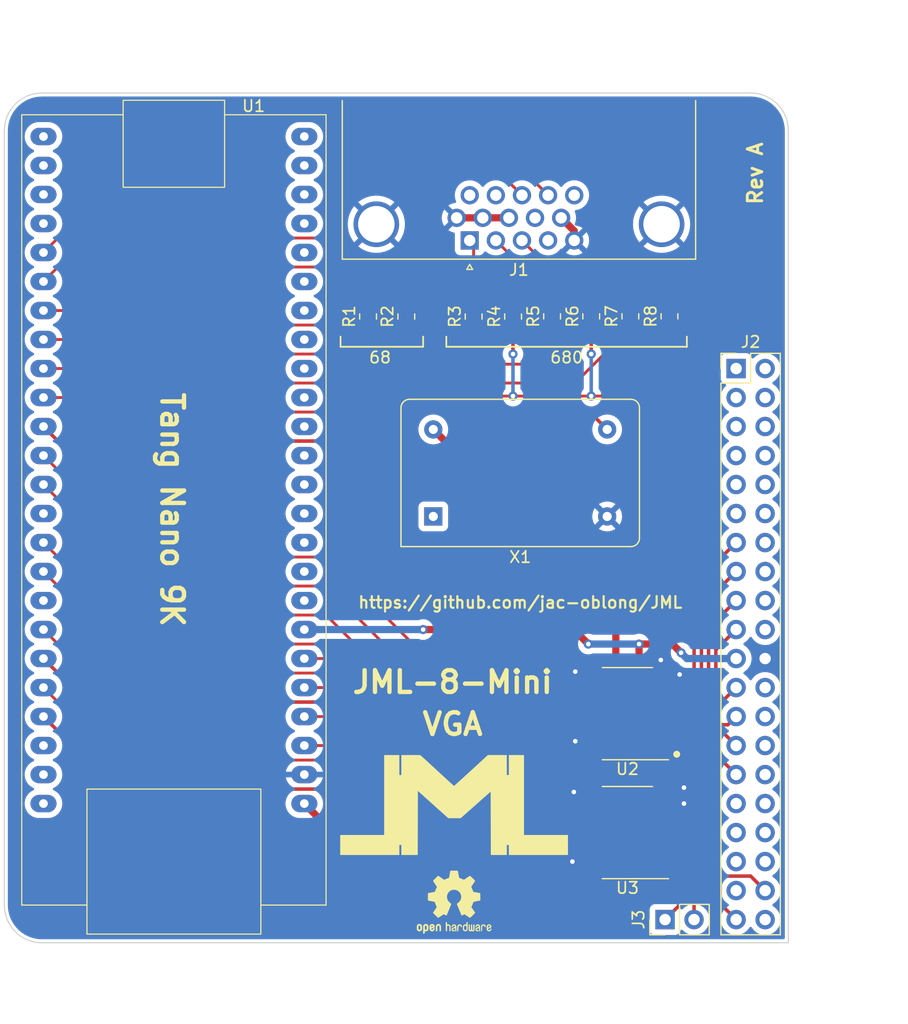
<source format=kicad_pcb>
(kicad_pcb (version 20221018) (generator pcbnew)
  (layers (0 "F.Cu" signal) (31 "B.Cu" power) (34 "B.Paste" user) (35 "F.Paste" user) (36 "B.SilkS" user "B.Silkscreen") (37 "F.SilkS" user "F.Silkscreen") (38 "B.Mask" user) (39 "F.Mask" user) (44 "Edge.Cuts" user))
  (net 0 "")
  (net 1 "GND")
  (net 2 "/VGA_RED")
  (net 3 "/VGA_GRN")
  (net 4 "/VGA_BLU")
  (net 9 "/VGA_HSYNC")
  (net 10 "/VGA_VSYNC")
  (net 24 "/D4")
  (net 26 "/D3")
  (net 28 "/D5")
  (net 30 "/D6")
  (net 32 "+5V")
  (net 33 "/D2")
  (net 35 "/D7")
  (net 37 "/D0")
  (net 39 "/D1")
  (net 48 "/~{WR}")
  (net 49 "/~{IORQ}")
  (net 51 "/FPGA_VSYNC")
  (net 52 "/FPGA_HSYNC")
  (net 53 "/FPGA_RED")
  (net 54 "/FPGA_LUM")
  (net 55 "/FPGA_GRN")
  (net 56 "/FPGA_BLU")
  (net 61 "/25.175MHz")
  (net 62 "/~{Q0}")
  (net 63 "/~{Y0}")
  (net 65 "/FPGA_D0")
  (net 66 "/FPGA_D1")
  (net 68 "/FPGA_D2")
  (net 69 "/FPGA_D3")
  (net 70 "/FPGA_D4")
  (net 71 "/FPGA_D5")
  (net 75 "+3.3V")
  (net 76 "/FPGA_D7")
  (net 77 "/FPGA_D6")
  (net 78 "/~{FPGA_WR}")
  (net 79 "/~{FPGA_IORQ}")
  (net 104 "/~{FPGA_Y0}")
  (net 105 "/~{FPGA_Q0}")
  (footprint "Oscillator:Oscillator_DIP-14" (layer "F.Cu") (at 148.463 76.835)
    (fp_text reference "X1" (at 7.62 3.556) (layer "F.SilkS"))
    (fp_text value "25.175MHz")
    (pad "1" thru_hole rect (at 0 0) (size 1.6 1.6) (drill 0.8) (layers "*.Cu" "*.Mask"))
    (pad "7" thru_hole circle (at 15.24 0) (size 1.6 1.6) (drill 0.8) (layers "*.Cu" "*.Mask") (net 1 "GND"))
    (pad "8" thru_hole circle (at 15.24 -7.62) (size 1.6 1.6) (drill 0.8) (layers "*.Cu" "*.Mask") (net 61 "/25.175MHz"))
    (pad "14" thru_hole circle (at 0 -7.62) (size 1.6 1.6) (drill 0.8) (layers "*.Cu" "*.Mask") (net 75 "+3.3V"))
  )
  (footprint "Package_SO:TSSOP-24_4.4x7.8mm_P0.65mm" (layer "F.Cu") (at 165.481 104.521 180)
    (fp_text reference "U3" (at 0 -4.85) (layer "F.SilkS"))
    (fp_text value "74LVC4245A" hide)
    (pad "1" smd roundrect (at -2.8625 -3.575 180) (size 1.475 0.4) (layers "F.Cu" "F.Paste" "F.Mask") (net 32 "+5V"))
    (pad "2" smd roundrect (at -2.8625 -2.925 180) (size 1.475 0.4) (layers "F.Cu" "F.Paste" "F.Mask") (net 32 "+5V"))
    (pad "3" smd roundrect (at -2.8625 -2.275 180) (size 1.475 0.4) (layers "F.Cu" "F.Paste" "F.Mask") (net 62 "/~{Q0}"))
    (pad "4" smd roundrect (at -2.8625 -1.625 180) (size 1.475 0.4) (layers "F.Cu" "F.Paste" "F.Mask") (net 63 "/~{Y0}"))
    (pad "5" smd roundrect (at -2.8625 -0.975 180) (size 1.475 0.4) (layers "F.Cu" "F.Paste" "F.Mask") (net 49 "/~{IORQ}"))
    (pad "6" smd roundrect (at -2.8625 -0.325 180) (size 1.475 0.4) (layers "F.Cu" "F.Paste" "F.Mask") (net 48 "/~{WR}"))
    (pad "7" smd roundrect (at -2.8625 0.325 180) (size 1.475 0.4) (layers "F.Cu" "F.Paste" "F.Mask"))
    (pad "8" smd roundrect (at -2.8625 0.975 180) (size 1.475 0.4) (layers "F.Cu" "F.Paste" "F.Mask"))
    (pad "9" smd roundrect (at -2.8625 1.625 180) (size 1.475 0.4) (layers "F.Cu" "F.Paste" "F.Mask"))
    (pad "10" smd roundrect (at -2.8625 2.275 180) (size 1.475 0.4) (layers "F.Cu" "F.Paste" "F.Mask"))
    (pad "11" smd roundrect (at -2.8625 2.925 180) (size 1.475 0.4) (layers "F.Cu" "F.Paste" "F.Mask") (net 1 "GND"))
    (pad "12" smd roundrect (at -2.8625 3.575 180) (size 1.475 0.4) (layers "F.Cu" "F.Paste" "F.Mask") (net 1 "GND"))
    (pad "13" smd roundrect (at 2.8625 3.575 180) (size 1.475 0.4) (layers "F.Cu" "F.Paste" "F.Mask") (net 1 "GND"))
    (pad "14" smd roundrect (at 2.8625 2.925 180) (size 1.475 0.4) (layers "F.Cu" "F.Paste" "F.Mask"))
    (pad "15" smd roundrect (at 2.8625 2.275 180) (size 1.475 0.4) (layers "F.Cu" "F.Paste" "F.Mask"))
    (pad "16" smd roundrect (at 2.8625 1.625 180) (size 1.475 0.4) (layers "F.Cu" "F.Paste" "F.Mask"))
    (pad "17" smd roundrect (at 2.8625 0.975 180) (size 1.475 0.4) (layers "F.Cu" "F.Paste" "F.Mask"))
    (pad "18" smd roundrect (at 2.8625 0.325 180) (size 1.475 0.4) (layers "F.Cu" "F.Paste" "F.Mask") (net 78 "/~{FPGA_WR}"))
    (pad "19" smd roundrect (at 2.8625 -0.325 180) (size 1.475 0.4) (layers "F.Cu" "F.Paste" "F.Mask") (net 79 "/~{FPGA_IORQ}"))
    (pad "20" smd roundrect (at 2.8625 -0.975 180) (size 1.475 0.4) (layers "F.Cu" "F.Paste" "F.Mask") (net 104 "/~{FPGA_Y0}"))
    (pad "21" smd roundrect (at 2.8625 -1.625 180) (size 1.475 0.4) (layers "F.Cu" "F.Paste" "F.Mask") (net 105 "/~{FPGA_Q0}"))
    (pad "22" smd roundrect (at 2.8625 -2.275 180) (size 1.475 0.4) (layers "F.Cu" "F.Paste" "F.Mask") (net 1 "GND"))
    (pad "23" smd roundrect (at 2.8625 -2.925 180) (size 1.475 0.4) (layers "F.Cu" "F.Paste" "F.Mask") (net 75 "+3.3V"))
    (pad "24" smd roundrect (at 2.8625 -3.575 180) (size 1.475 0.4) (layers "F.Cu" "F.Paste" "F.Mask") (net 75 "+3.3V"))
  )
  (footprint "JML:TangNano9k" (layer "F.Cu") (at 124.46 74.041)
    (fp_text reference "U1" (at 8.255 -33.147 unlocked) (layer "F.SilkS"))
    (fp_text value "Tang Nano 9K")
    (fp_text user "Tang Nano 9K" (at 0 -8.255 -90 unlocked) (layer "F.SilkS") (effects (font (size 1.905 1.905) (thickness 0.381) bold) (justify left bottom)))
    (pad "1" thru_hole oval (at -10.16 -30.48) (size 2.286 1.524) (drill 0.762) (layers "*.Cu" "*.Mask"))
    (pad "2" thru_hole oval (at -10.16 -27.94) (size 2.286 1.524) (drill 0.762) (layers "*.Cu" "*.Mask"))
    (pad "3" thru_hole oval (at -10.16 -25.4) (size 2.286 1.524) (drill 0.762) (layers "*.Cu" "*.Mask"))
    (pad "4" thru_hole oval (at -10.16 -22.86) (size 2.286 1.524) (drill 0.762) (layers "*.Cu" "*.Mask"))
    (pad "5" thru_hole oval (at -10.16 -20.32) (size 2.286 1.524) (drill 0.762) (layers "*.Cu" "*.Mask") (net 51 "/FPGA_VSYNC"))
    (pad "6" thru_hole oval (at -10.16 -17.78) (size 2.286 1.524) (drill 0.762) (layers "*.Cu" "*.Mask") (net 52 "/FPGA_HSYNC"))
    (pad "7" thru_hole oval (at -10.16 -15.24) (size 2.286 1.524) (drill 0.762) (layers "*.Cu" "*.Mask") (net 53 "/FPGA_RED"))
    (pad "8" thru_hole oval (at -10.16 -12.7) (size 2.286 1.524) (drill 0.762) (layers "*.Cu" "*.Mask") (net 55 "/FPGA_GRN"))
    (pad "9" thru_hole oval (at -10.16 -10.16) (size 2.286 1.524) (drill 0.762) (layers "*.Cu" "*.Mask") (net 56 "/FPGA_BLU"))
    (pad "10" thru_hole oval (at -10.16 -7.62) (size 2.286 1.524) (drill 0.762) (layers "*.Cu" "*.Mask") (net 54 "/FPGA_LUM"))
    (pad "11" thru_hole oval (at -10.16 -5.08) (size 2.286 1.524) (drill 0.762) (layers "*.Cu" "*.Mask") (net 61 "/25.175MHz"))
    (pad "12" thru_hole oval (at -10.16 -2.54) (size 2.286 1.524) (drill 0.762) (layers "*.Cu" "*.Mask") (net 70 "/FPGA_D4"))
    (pad "13" thru_hole oval (at -10.16 0) (size 2.286 1.524) (drill 0.762) (layers "*.Cu" "*.Mask") (net 69 "/FPGA_D3"))
    (pad "14" thru_hole oval (at -10.16 2.54) (size 2.286 1.524) (drill 0.762) (layers "*.Cu" "*.Mask"))
    (pad "15" thru_hole oval (at -10.16 5.08) (size 2.286 1.524) (drill 0.762) (layers "*.Cu" "*.Mask") (net 71 "/FPGA_D5"))
    (pad "16" thru_hole oval (at -10.16 7.62) (size 2.286 1.524) (drill 0.762) (layers "*.Cu" "*.Mask") (net 77 "/FPGA_D6"))
    (pad "17" thru_hole oval (at -10.16 10.16) (size 2.286 1.524) (drill 0.762) (layers "*.Cu" "*.Mask"))
    (pad "18" thru_hole oval (at -10.16 12.7) (size 2.286 1.524) (drill 0.762) (layers "*.Cu" "*.Mask") (net 76 "/FPGA_D7"))
    (pad "19" thru_hole oval (at -10.16 15.24) (size 2.286 1.524) (drill 0.762) (layers "*.Cu" "*.Mask") (net 66 "/FPGA_D1"))
    (pad "20" thru_hole oval (at -10.16 17.78) (size 2.286 1.524) (drill 0.762) (layers "*.Cu" "*.Mask") (net 104 "/~{FPGA_Y0}"))
    (pad "21" thru_hole oval (at -10.16 20.32) (size 2.286 1.524) (drill 0.762) (layers "*.Cu" "*.Mask") (net 105 "/~{FPGA_Q0}"))
    (pad "22" thru_hole oval (at -10.16 22.86) (size 2.286 1.524) (drill 0.762) (layers "*.Cu" "*.Mask"))
    (pad "23" thru_hole oval (at -10.16 25.4) (size 2.286 1.524) (drill 0.762) (layers "*.Cu" "*.Mask"))
    (pad "24" thru_hole oval (at -10.16 27.94) (size 2.286 1.524) (drill 0.762) (layers "*.Cu" "*.Mask"))
    (pad "25" thru_hole oval (at 12.7 27.94) (size 2.286 1.524) (drill 0.762) (layers "*.Cu" "*.Mask") (net 75 "+3.3V"))
    (pad "26" thru_hole oval (at 12.7 25.4) (size 2.286 1.524) (drill 0.762) (layers "*.Cu" "*.Mask") (net 1 "GND"))
    (pad "27" thru_hole oval (at 12.7 22.86) (size 2.286 1.524) (drill 0.762) (layers "*.Cu" "*.Mask") (net 79 "/~{FPGA_IORQ}"))
    (pad "28" thru_hole oval (at 12.7 20.32) (size 2.286 1.524) (drill 0.762) (layers "*.Cu" "*.Mask") (net 78 "/~{FPGA_WR}"))
    (pad "29" thru_hole oval (at 12.7 17.78) (size 2.286 1.524) (drill 0.762) (layers "*.Cu" "*.Mask") (net 65 "/FPGA_D0"))
    (pad "30" thru_hole oval (at 12.7 15.24) (size 2.286 1.524) (drill 0.762) (layers "*.Cu" "*.Mask") (net 68 "/FPGA_D2"))
    (pad "31" thru_hole oval (at 12.7 12.7) (size 2.286 1.524) (drill 0.762) (layers "*.Cu" "*.Mask") (net 32 "+5V"))
    (pad "32" thru_hole oval (at 12.7 10.16) (size 2.286 1.524) (drill 0.762) (layers "*.Cu" "*.Mask"))
    (pad "33" thru_hole oval (at 12.7 7.62) (size 2.286 1.524) (drill 0.762) (layers "*.Cu" "*.Mask"))
    (pad "34" thru_hole oval (at 12.7 5.08) (size 2.286 1.524) (drill 0.762) (layers "*.Cu" "*.Mask"))
    (pad "35" thru_hole oval (at 12.7 2.54) (size 2.286 1.524) (drill 0.762) (layers "*.Cu" "*.Mask"))
    (pad "36" thru_hole oval (at 12.7 0) (size 2.286 1.524) (drill 0.762) (layers "*.Cu" "*.Mask"))
    (pad "37" thru_hole oval (at 12.7 -2.54) (size 2.286 1.524) (drill 0.762) (layers "*.Cu" "*.Mask"))
    (pad "38" thru_hole oval (at 12.7 -5.08) (size 2.286 1.524) (drill 0.762) (layers "*.Cu" "*.Mask"))
    (pad "39" thru_hole oval (at 12.7 -7.62) (size 2.286 1.524) (drill 0.762) (layers "*.Cu" "*.Mask"))
    (pad "40" thru_hole oval (at 12.7 -10.16) (size 2.286 1.524) (drill 0.762) (layers "*.Cu" "*.Mask"))
    (pad "41" thru_hole oval (at 12.7 -12.7) (size 2.286 1.524) (drill 0.762) (layers "*.Cu" "*.Mask"))
    (pad "42" thru_hole oval (at 12.7 -15.24) (size 2.286 1.524) (drill 0.762) (layers "*.Cu" "*.Mask"))
    (pad "43" thru_hole oval (at 12.7 -17.78) (size 2.286 1.524) (drill 0.762) (layers "*.Cu" "*.Mask"))
    (pad "44" thru_hole oval (at 12.7 -20.32) (size 2.286 1.524) (drill 0.762) (layers "*.Cu" "*.Mask"))
    (pad "45" thru_hole oval (at 12.7 -22.86) (size 2.286 1.524) (drill 0.762) (layers "*.Cu" "*.Mask"))
    (pad "46" thru_hole oval (at 12.7 -25.4) (size 2.286 1.524) (drill 0.762) (layers "*.Cu" "*.Mask"))
    (pad "47" thru_hole oval (at 12.7 -27.94) (size 2.286 1.524) (drill 0.762) (layers "*.Cu" "*.Mask"))
    (pad "48" thru_hole oval (at 12.7 -30.48) (size 2.286 1.524) (drill 0.762) (layers "*.Cu" "*.Mask"))
  )
  (footprint "Connector_Dsub:DSUB-15-HD_Female_Horizontal_P2.29x1.98mm_EdgePinOffset8.35mm_Housed_MountingHolesOffset10.89mm" (layer "F.Cu") (at 151.656 52.663331 180)
    (fp_text reference "J1" (at -4.315 -2.58) (layer "F.SilkS"))
    (fp_text value "VGA")
    (pad "0" thru_hole circle (at -16.815 1.42 180) (size 4 4) (drill 3.2) (layers "*.Cu" "*.Mask") (net 1 "GND"))
    (pad "0" thru_hole circle (at 8.185 1.42 180) (size 4 4) (drill 3.2) (layers "*.Cu" "*.Mask") (net 1 "GND"))
    (pad "1" thru_hole rect (at 0 0 180) (size 1.6 1.6) (drill 1) (layers "*.Cu" "*.Mask") (net 2 "/VGA_RED"))
    (pad "2" thru_hole circle (at -2.29 0 180) (size 1.6 1.6) (drill 1) (layers "*.Cu" "*.Mask") (net 3 "/VGA_GRN"))
    (pad "3" thru_hole circle (at -4.58 0 180) (size 1.6 1.6) (drill 1) (layers "*.Cu" "*.Mask") (net 4 "/VGA_BLU"))
    (pad "4" thru_hole circle (at -6.87 0 180) (size 1.6 1.6) (drill 1) (layers "*.Cu" "*.Mask"))
    (pad "5" thru_hole circle (at -9.16 0 180) (size 1.6 1.6) (drill 1) (layers "*.Cu" "*.Mask") (net 1 "GND"))
    (pad "6" thru_hole circle (at 1.145 1.98 180) (size 1.6 1.6) (drill 1) (layers "*.Cu" "*.Mask") (net 1 "GND"))
    (pad "7" thru_hole circle (at -1.145 1.98 180) (size 1.6 1.6) (drill 1) (layers "*.Cu" "*.Mask") (net 1 "GND"))
    (pad "8" thru_hole circle (at -3.435 1.98 180) (size 1.6 1.6) (drill 1) (layers "*.Cu" "*.Mask") (net 1 "GND"))
    (pad "9" thru_hole circle (at -5.725 1.98 180) (size 1.6 1.6) (drill 1) (layers "*.Cu" "*.Mask"))
    (pad "10" thru_hole circle (at -8.015 1.98 180) (size 1.6 1.6) (drill 1) (layers "*.Cu" "*.Mask") (net 1 "GND"))
    (pad "11" thru_hole circle (at 0 3.96 180) (size 1.6 1.6) (drill 1) (layers "*.Cu" "*.Mask"))
    (pad "12" thru_hole circle (at -2.29 3.96 180) (size 1.6 1.6) (drill 1) (layers "*.Cu" "*.Mask"))
    (pad "13" thru_hole circle (at -4.58 3.96 180) (size 1.6 1.6) (drill 1) (layers "*.Cu" "*.Mask") (net 9 "/VGA_HSYNC"))
    (pad "14" thru_hole circle (at -6.87 3.96 180) (size 1.6 1.6) (drill 1) (layers "*.Cu" "*.Mask") (net 10 "/VGA_VSYNC"))
    (pad "15" thru_hole circle (at -9.16 3.96 180) (size 1.6 1.6) (drill 1) (layers "*.Cu" "*.Mask"))
  )
  (footprint "Resistor_SMD:R_0805_2012Metric_Pad1.20x1.40mm_HandSolder" (layer "F.Cu") (at 165.735 59.309 90)
    (fp_text reference "R7" (at 0 -1.65 90) (layer "F.SilkS"))
    (fp_text value "680")
    (pad "1" smd roundrect (at -1 0 90) (size 1.2 1.4) (layers "F.Cu" "F.Paste" "F.Mask") (roundrect_rratio 0.2083333333) (net 56 "/FPGA_BLU"))
    (pad "2" smd roundrect (at 1 0 90) (size 1.2 1.4) (layers "F.Cu" "F.Paste" "F.Mask") (roundrect_rratio 0.2083333333) (net 4 "/VGA_BLU"))
  )
  (footprint "Resistor_SMD:R_0805_2012Metric_Pad1.20x1.40mm_HandSolder" (layer "F.Cu") (at 142.748 59.325 90)
    (fp_text reference "R1" (at 0 -1.65 90) (layer "F.SilkS"))
    (fp_text value "68")
    (pad "1" smd roundrect (at -1 0 90) (size 1.2 1.4) (layers "F.Cu" "F.Paste" "F.Mask") (roundrect_rratio 0.2083333333) (net 51 "/FPGA_VSYNC"))
    (pad "2" smd roundrect (at 1 0 90) (size 1.2 1.4) (layers "F.Cu" "F.Paste" "F.Mask") (roundrect_rratio 0.2083333333) (net 10 "/VGA_VSYNC"))
  )
  (footprint "Resistor_SMD:R_0805_2012Metric_Pad1.20x1.40mm_HandSolder" (layer "F.Cu") (at 158.877 59.309 90)
    (fp_text reference "R5" (at 0 -1.65 90) (layer "F.SilkS"))
    (fp_text value "680")
    (pad "1" smd roundrect (at -1 0 90) (size 1.2 1.4) (layers "F.Cu" "F.Paste" "F.Mask") (roundrect_rratio 0.2083333333) (net 55 "/FPGA_GRN"))
    (pad "2" smd roundrect (at 1 0 90) (size 1.2 1.4) (layers "F.Cu" "F.Paste" "F.Mask") (roundrect_rratio 0.2083333333) (net 3 "/VGA_GRN"))
  )
  (footprint "JML:JML-Logo" (layer "F.Cu") (at 151.161817 102.108)
    (fp_text reference "G***" hide)
    (fp_text value "LOGO" hide)
  )
  (footprint "Resistor_SMD:R_0805_2012Metric_Pad1.20x1.40mm_HandSolder" (layer "F.Cu") (at 169.164 59.309 90)
    (fp_text reference "R8" (at 0 -1.65 90) (layer "F.SilkS"))
    (fp_text value "680")
    (pad "1" smd roundrect (at -1 0 90) (size 1.2 1.4) (layers "F.Cu" "F.Paste" "F.Mask") (roundrect_rratio 0.2083333333) (net 54 "/FPGA_LUM"))
    (pad "2" smd roundrect (at 1 0 90) (size 1.2 1.4) (layers "F.Cu" "F.Paste" "F.Mask") (roundrect_rratio 0.2083333333) (net 4 "/VGA_BLU"))
  )
  (footprint "Resistor_SMD:R_0805_2012Metric_Pad1.20x1.40mm_HandSolder" (layer "F.Cu") (at 146.101 59.325 90)
    (fp_text reference "R2" (at 0 -1.65 90) (layer "F.SilkS"))
    (fp_text value "68")
    (pad "1" smd roundrect (at -1 0 90) (size 1.2 1.4) (layers "F.Cu" "F.Paste" "F.Mask") (roundrect_rratio 0.2083333333) (net 52 "/FPGA_HSYNC"))
    (pad "2" smd roundrect (at 1 0 90) (size 1.2 1.4) (layers "F.Cu" "F.Paste" "F.Mask") (roundrect_rratio 0.2083333333) (net 9 "/VGA_HSYNC"))
  )
  (footprint "Connector_PinHeader_2.54mm:PinHeader_1x02_P2.54mm_Vertical" (layer "F.Cu") (at 168.778 112.141 90)
    (fp_text reference "J3" (at 0 -2.33 90) (layer "F.SilkS"))
    (fp_text value "Conn_01x02_Pin")
    (pad "1" thru_hole rect (at 0 0 90) (size 1.7 1.7) (drill 1) (layers "*.Cu" "*.Mask") (net 62 "/~{Q0}"))
    (pad "2" thru_hole oval (at 0 2.54 90) (size 1.7 1.7) (drill 1) (layers "*.Cu" "*.Mask") (net 63 "/~{Y0}"))
  )
  (footprint "Symbol:OSHW-Logo2_7.3x6mm_SilkScreen" (layer "F.Cu") (at 150.286357 110.617)
    (fp_text reference "REF**" hide)
    (fp_text value "OSHW-Logo2_7.3x6mm_SilkScreen" hide)
  )
  (footprint "Connector_PinHeader_2.54mm:PinHeader_2x20_P2.54mm_Vertical" (layer "F.Cu") (at 175.006 63.881)
    (fp_text reference "J2" (at 1.27 -2.33) (layer "F.SilkS"))
    (fp_text value "Z80")
    (pad "1" thru_hole rect (at 0 0) (size 1.7 1.7) (drill 1) (layers "*.Cu" "*.Mask"))
    (pad "2" thru_hole oval (at 2.54 0) (size 1.7 1.7) (drill 1) (layers "*.Cu" "*.Mask"))
    (pad "3" thru_hole oval (at 0 2.54) (size 1.7 1.7) (drill 1) (layers "*.Cu" "*.Mask"))
    (pad "4" thru_hole oval (at 2.54 2.54) (size 1.7 1.7) (drill 1) (layers "*.Cu" "*.Mask"))
    (pad "5" thru_hole oval (at 0 5.08) (size 1.7 1.7) (drill 1) (layers "*.Cu" "*.Mask"))
    (pad "6" thru_hole oval (at 2.54 5.08) (size 1.7 1.7) (drill 1) (layers "*.Cu" "*.Mask"))
    (pad "7" thru_hole oval (at 0 7.62) (size 1.7 1.7) (drill 1) (layers "*.Cu" "*.Mask"))
    (pad "8" thru_hole oval (at 2.54 7.62) (size 1.7 1.7) (drill 1) (layers "*.Cu" "*.Mask"))
    (pad "9" thru_hole oval (at 0 10.16) (size 1.7 1.7) (drill 1) (layers "*.Cu" "*.Mask"))
    (pad "10" thru_hole oval (at 2.54 10.16) (size 1.7 1.7) (drill 1) (layers "*.Cu" "*.Mask"))
    (pad "11" thru_hole oval (at 0 12.7) (size 1.7 1.7) (drill 1) (layers "*.Cu" "*.Mask"))
    (pad "12" thru_hole oval (at 2.54 12.7) (size 1.7 1.7) (drill 1) (layers "*.Cu" "*.Mask"))
    (pad "13" thru_hole oval (at 0 15.24) (size 1.7 1.7) (drill 1) (layers "*.Cu" "*.Mask") (net 24 "/D4"))
    (pad "14" thru_hole oval (at 2.54 15.24) (size 1.7 1.7) (drill 1) (layers "*.Cu" "*.Mask"))
    (pad "15" thru_hole oval (at 0 17.78) (size 1.7 1.7) (drill 1) (layers "*.Cu" "*.Mask") (net 26 "/D3"))
    (pad "16" thru_hole oval (at 2.54 17.78) (size 1.7 1.7) (drill 1) (layers "*.Cu" "*.Mask"))
    (pad "17" thru_hole oval (at 0 20.32) (size 1.7 1.7) (drill 1) (layers "*.Cu" "*.Mask") (net 28 "/D5"))
    (pad "18" thru_hole oval (at 2.54 20.32) (size 1.7 1.7) (drill 1) (layers "*.Cu" "*.Mask"))
    (pad "19" thru_hole oval (at 0 22.86) (size 1.7 1.7) (drill 1) (layers "*.Cu" "*.Mask") (net 30 "/D6"))
    (pad "20" thru_hole oval (at 2.54 22.86) (size 1.7 1.7) (drill 1) (layers "*.Cu" "*.Mask"))
    (pad "21" thru_hole oval (at 0 25.4) (size 1.7 1.7) (drill 1) (layers "*.Cu" "*.Mask") (net 32 "+5V"))
    (pad "22" thru_hole oval (at 2.54 25.4) (size 1.7 1.7) (drill 1) (layers "*.Cu" "*.Mask") (net 1 "GND"))
    (pad "23" thru_hole oval (at 0 27.94) (size 1.7 1.7) (drill 1) (layers "*.Cu" "*.Mask") (net 33 "/D2"))
    (pad "24" thru_hole oval (at 2.54 27.94) (size 1.7 1.7) (drill 1) (layers "*.Cu" "*.Mask"))
    (pad "25" thru_hole oval (at 0 30.48) (size 1.7 1.7) (drill 1) (layers "*.Cu" "*.Mask") (net 35 "/D7"))
    (pad "26" thru_hole oval (at 2.54 30.48) (size 1.7 1.7) (drill 1) (layers "*.Cu" "*.Mask"))
    (pad "27" thru_hole oval (at 0 33.02) (size 1.7 1.7) (drill 1) (layers "*.Cu" "*.Mask") (net 37 "/D0"))
    (pad "28" thru_hole oval (at 2.54 33.02) (size 1.7 1.7) (drill 1) (layers "*.Cu" "*.Mask"))
    (pad "29" thru_hole oval (at 0 35.56) (size 1.7 1.7) (drill 1) (layers "*.Cu" "*.Mask") (net 39 "/D1"))
    (pad "30" thru_hole oval (at 2.54 35.56) (size 1.7 1.7) (drill 1) (layers "*.Cu" "*.Mask"))
    (pad "31" thru_hole oval (at 0 38.1) (size 1.7 1.7) (drill 1) (layers "*.Cu" "*.Mask"))
    (pad "32" thru_hole oval (at 2.54 38.1) (size 1.7 1.7) (drill 1) (layers "*.Cu" "*.Mask"))
    (pad "33" thru_hole oval (at 0 40.64) (size 1.7 1.7) (drill 1) (layers "*.Cu" "*.Mask"))
    (pad "34" thru_hole oval (at 2.54 40.64) (size 1.7 1.7) (drill 1) (layers "*.Cu" "*.Mask"))
    (pad "35" thru_hole oval (at 0 43.18) (size 1.7 1.7) (drill 1) (layers "*.Cu" "*.Mask"))
    (pad "36" thru_hole oval (at 2.54 43.18) (size 1.7 1.7) (drill 1) (layers "*.Cu" "*.Mask"))
    (pad "37" thru_hole oval (at 0 45.72) (size 1.7 1.7) (drill 1) (layers "*.Cu" "*.Mask"))
    (pad "38" thru_hole oval (at 2.54 45.72) (size 1.7 1.7) (drill 1) (layers "*.Cu" "*.Mask") (net 48 "/~{WR}"))
    (pad "39" thru_hole oval (at 0 48.26) (size 1.7 1.7) (drill 1) (layers "*.Cu" "*.Mask") (net 49 "/~{IORQ}"))
    (pad "40" thru_hole oval (at 2.54 48.26) (size 1.7 1.7) (drill 1) (layers "*.Cu" "*.Mask"))
  )
  (footprint "Resistor_SMD:R_0805_2012Metric_Pad1.20x1.40mm_HandSolder" (layer "F.Cu") (at 155.459 59.325 90)
    (fp_text reference "R4" (at 0 -1.65 90) (layer "F.SilkS"))
    (fp_text value "680")
    (pad "1" smd roundrect (at -1 0 90) (size 1.2 1.4) (layers "F.Cu" "F.Paste" "F.Mask") (roundrect_rratio 0.2083333333) (net 54 "/FPGA_LUM"))
    (pad "2" smd roundrect (at 1 0 90) (size 1.2 1.4) (layers "F.Cu" "F.Paste" "F.Mask") (roundrect_rratio 0.2083333333) (net 2 "/VGA_RED"))
  )
  (footprint "Resistor_SMD:R_0805_2012Metric_Pad1.20x1.40mm_HandSolder" (layer "F.Cu") (at 162.306 59.309 90)
    (fp_text reference "R6" (at 0 -1.65 90) (layer "F.SilkS"))
    (fp_text value "680")
    (pad "1" smd roundrect (at -1 0 90) (size 1.2 1.4) (layers "F.Cu" "F.Paste" "F.Mask") (roundrect_rratio 0.2083333333) (net 54 "/FPGA_LUM"))
    (pad "2" smd roundrect (at 1 0 90) (size 1.2 1.4) (layers "F.Cu" "F.Paste" "F.Mask") (roundrect_rratio 0.2083333333) (net 3 "/VGA_GRN"))
  )
  (footprint "Resistor_SMD:R_0805_2012Metric_Pad1.20x1.40mm_HandSolder" (layer "F.Cu") (at 152.001 59.325 90)
    (fp_text reference "R3" (at 0 -1.65 90) (layer "F.SilkS"))
    (fp_text value "680")
    (pad "1" smd roundrect (at -1 0 90) (size 1.2 1.4) (layers "F.Cu" "F.Paste" "F.Mask") (roundrect_rratio 0.2083333333) (net 53 "/FPGA_RED"))
    (pad "2" smd roundrect (at 1 0 90) (size 1.2 1.4) (layers "F.Cu" "F.Paste" "F.Mask") (roundrect_rratio 0.2083333333) (net 2 "/VGA_RED"))
  )
  (footprint "Package_SO:TSSOP-24_4.4x7.8mm_P0.65mm" (layer "F.Cu") (at 165.481 94.107 180)
    (fp_text reference "U2" (at 0 -4.85) (layer "F.SilkS"))
    (fp_text value "74LVC4245A")
    (pad "1" smd roundrect (at -2.8625 -3.575 180) (size 1.475 0.4) (layers "F.Cu" "F.Paste" "F.Mask") (net 32 "+5V"))
    (pad "2" smd roundrect (at -2.8625 -2.925 180) (size 1.475 0.4) (layers "F.Cu" "F.Paste" "F.Mask") (net 32 "+5V"))
    (pad "3" smd roundrect (at -2.8625 -2.275 180) (size 1.475 0.4) (layers "F.Cu" "F.Paste" "F.Mask") (net 39 "/D1"))
    (pad "4" smd roundrect (at -2.8625 -1.625 180) (size 1.475 0.4) (layers "F.Cu" "F.Paste" "F.Mask") (net 37 "/D0"))
    (pad "5" smd roundrect (at -2.8625 -0.975 180) (size 1.475 0.4) (layers "F.Cu" "F.Paste" "F.Mask") (net 35 "/D7"))
    (pad "6" smd roundrect (at -2.8625 -0.325 180) (size 1.475 0.4) (layers "F.Cu" "F.Paste" "F.Mask") (net 33 "/D2"))
    (pad "7" smd roundrect (at -2.8625 0.325 180) (size 1.475 0.4) (layers "F.Cu" "F.Paste" "F.Mask") (net 30 "/D6"))
    (pad "8" smd roundrect (at -2.8625 0.975 180) (size 1.475 0.4) (layers "F.Cu" "F.Paste" "F.Mask") (net 28 "/D5"))
    (pad "9" smd roundrect (at -2.8625 1.625 180) (size 1.475 0.4) (layers "F.Cu" "F.Paste" "F.Mask") (net 26 "/D3"))
    (pad "10" smd roundrect (at -2.8625 2.275 180) (size 1.475 0.4) (layers "F.Cu" "F.Paste" "F.Mask") (net 24 "/D4"))
    (pad "11" smd roundrect (at -2.8625 2.925 180) (size 1.475 0.4) (layers "F.Cu" "F.Paste" "F.Mask") (net 1 "GND"))
    (pad "12" smd roundrect (at -2.8625 3.575 180) (size 1.475 0.4) (layers "F.Cu" "F.Paste" "F.Mask") (net 1 "GND"))
    (pad "13" smd roundrect (at 2.8625 3.575 180) (size 1.475 0.4) (layers "F.Cu" "F.Paste" "F.Mask") (net 1 "GND"))
    (pad "14" smd roundrect (at 2.8625 2.925 180) (size 1.475 0.4) (layers "F.Cu" "F.Paste" "F.Mask") (net 70 "/FPGA_D4"))
    (pad "15" smd roundrect (at 2.8625 2.275 180) (size 1.475 0.4) (layers "F.Cu" "F.Paste" "F.Mask") (net 69 "/FPGA_D3"))
    (pad "16" smd roundrect (at 2.8625 1.625 180) (size 1.475 0.4) (layers "F.Cu" "F.Paste" "F.Mask") (net 71 "/FPGA_D5"))
    (pad "17" smd roundrect (at 2.8625 0.975 180) (size 1.475 0.4) (layers "F.Cu" "F.Paste" "F.Mask") (net 77 "/FPGA_D6"))
    (pad "18" smd roundrect (at 2.8625 0.325 180) (size 1.475 0.4) (layers "F.Cu" "F.Paste" "F.Mask") (net 68 "/FPGA_D2"))
    (pad "19" smd roundrect (at 2.8625 -0.325 180) (size 1.475 0.4) (layers "F.Cu" "F.Paste" "F.Mask") (net 76 "/FPGA_D7"))
    (pad "20" smd roundrect (at 2.8625 -0.975 180) (size 1.475 0.4) (layers "F.Cu" "F.Paste" "F.Mask") (net 65 "/FPGA_D0"))
    (pad "21" smd roundrect (at 2.8625 -1.625 180) (size 1.475 0.4) (layers "F.Cu" "F.Paste" "F.Mask") (net 66 "/FPGA_D1"))
    (pad "22" smd roundrect (at 2.8625 -2.275 180) (size 1.475 0.4) (layers "F.Cu" "F.Paste" "F.Mask") (net 1 "GND"))
    (pad "23" smd roundrect (at 2.8625 -2.925 180) (size 1.475 0.4) (layers "F.Cu" "F.Paste" "F.Mask") (net 75 "+3.3V"))
    (pad "24" smd roundrect (at 2.8625 -3.575 180) (size 1.475 0.4) (layers "F.Cu" "F.Paste" "F.Mask") (net 75 "+3.3V"))
  )
  (gr_line (start 147.574 61.976) (end 147.574 61.087) (stroke (width 0.15)) (layer "F.SilkS"))
  (gr_line (start 140.335 61.087) (end 140.335 61.976) (stroke (width 0.15)) (layer "F.SilkS"))
  (gr_line (start 170.688 61.976) (end 170.688 61.087) (stroke (width 0.15)) (layer "F.SilkS"))
  (gr_line (start 149.606 61.976) (end 149.606 61.087) (stroke (width 0.15)) (layer "F.SilkS"))
  (gr_line (start 140.335 61.976) (end 147.574 61.976) (stroke (width 0.15)) (layer "F.SilkS"))
  (gr_circle (center 169.799 97.663) (end 170.053 97.663) (stroke (width 0.1)) (fill solid) (layer "F.SilkS"))
  (gr_line (start 170.688 61.976) (end 149.606 61.976) (stroke (width 0.15)) (layer "F.SilkS"))
  (gr_arc (start 110.871 43.053) (mid 111.838133 40.718133) (end 114.173 39.751) (stroke (width 0.1)) (layer "Edge.Cuts"))
  (gr_line (start 179.578 114.173) (end 179.578 62.611) (stroke (width 0.1)) (layer "Edge.Cuts"))
  (gr_arc (start 114.173001 114.172999) (mid 111.838134 113.205866) (end 110.871001 110.870999) (stroke (width 0.1)) (layer "Edge.Cuts"))
  (gr_line (start 179.578 62.611) (end 179.577999 43.053001) (stroke (width 0.1)) (layer "Edge.Cuts"))
  (gr_arc (start 176.275999 39.751001) (mid 178.610866 40.718134) (end 179.577999 43.053001) (stroke (width 0.1)) (layer "Edge.Cuts"))
  (gr_line (start 110.871001 110.870999) (end 110.871 43.053) (stroke (width 0.1)) (layer "Edge.Cuts"))
  (gr_line (start 176.275999 39.751001) (end 114.173 39.751) (stroke (width 0.1)) (layer "Edge.Cuts"))
  (gr_line (start 179.578 114.173) (end 114.173001 114.172999) (stroke (width 0.1)) (layer "Edge.Cuts"))
  (gr_text "680" (at 158.623 63.5) (layer "F.SilkS") (effects (font (size 1 1)) (justify left bottom)))
  (gr_text "https://github.com/jac-oblong/JML" (at 141.788231 84.963) (layer "F.SilkS") (effects (font (size 1.016 1.016) (thickness 0.1905) bold) (justify left bottom)))
  (gr_text "VGA" (at 147.32 96.139) (layer "F.SilkS") (effects (font (size 1.905 1.905) (thickness 0.381) bold) (justify left bottom)))
  (gr_text "Rev A" (at 177.419 49.657 90) (layer "F.SilkS") (effects (font (size 1.27 1.27) (thickness 0.254) bold) (justify left bottom)))
  (gr_text "JML-8-Mini" (at 141.196786 92.456) (layer "F.SilkS") (effects (font (size 1.905 1.905) (thickness 0.381) bold) (justify left bottom)))
  (gr_text "68" (at 142.748 63.5) (layer "F.SilkS") (effects (font (size 1 1)) (justify left bottom)))
  (segment (start 168.3435 91.182) (end 169.549 91.182) (width 0.3048) (layer "F.Cu") (net 1))
  (segment (start 162.6185 90.532) (end 161.017 90.532) (width 0.3048) (layer "F.Cu") (net 1))
  (segment (start 150.511 50.683331) (end 152.801 50.683331) (width 0.635) (layer "F.Cu") (net 1))
  (segment (start 160.816 52.663331) (end 160.816 51.828331) (width 0.635) (layer "F.Cu") (net 1))
  (segment (start 162.6185 100.946) (end 160.801 100.946) (width 0.3048) (layer "F.Cu") (net 1))
  (segment (start 160.801 100.946) (end 160.782 100.965) (width 0.3048) (layer "F.Cu") (net 1))
  (segment (start 168.3435 101.596) (end 170.049 101.596) (width 0.3048) (layer "F.Cu") (net 1))
  (segment (start 152.801 50.683331) (end 155.091 50.683331) (width 0.635) (layer "F.Cu") (net 1))
  (segment (start 168.3435 89.4665) (end 168.402 89.408) (width 0.3048) (layer "F.Cu") (net 1))
  (segment (start 162.6185 106.796) (end 160.92 106.796) (width 0.3048) (layer "F.Cu") (net 1))
  (segment (start 168.3435 100.946) (end 170.072 100.946) (width 0.3048) (layer "F.Cu") (net 1))
  (segment (start 161.017 90.532) (end 160.909 90.424) (width 0.3048) (layer "F.Cu") (net 1))
  (segment (start 170.072 100.946) (end 170.434 100.584) (width 0.3048) (layer "F.Cu") (net 1))
  (segment (start 160.816 51.828331) (end 159.671 50.683331) (width 0.635) (layer "F.Cu") (net 1))
  (segment (start 170.049 101.596) (end 170.434 101.981) (width 0.3048) (layer "F.Cu") (net 1))
  (segment (start 160.92 106.796) (end 160.655 107.061) (width 0.3048) (layer "F.Cu") (net 1))
  (segment (start 169.549 91.182) (end 170.053 90.678) (width 0.3048) (layer "F.Cu") (net 1))
  (segment (start 161.047 96.382) (end 160.909 96.52) (width 0.3048) (layer "F.Cu") (net 1))
  (segment (start 162.6185 96.382) (end 161.047 96.382) (width 0.3048) (layer "F.Cu") (net 1))
  (segment (start 168.3435 90.532) (end 168.3435 89.4665) (width 0.3048) (layer "F.Cu") (net 1))
  (via (at 160.655 107.061) (size 0.8) (drill 0.4) (layers "F.Cu" "B.Cu") (net 1))
  (via (at 160.909 90.424) (size 0.8) (drill 0.4) (layers "F.Cu" "B.Cu") (net 1))
  (via (at 168.402 89.408) (size 0.8) (drill 0.4) (layers "F.Cu" "B.Cu") (net 1))
  (via (at 160.909 96.52) (size 0.8) (drill 0.4) (layers "F.Cu" "B.Cu") (net 1))
  (via (at 170.434 100.584) (size 0.8) (drill 0.4) (layers "F.Cu" "B.Cu") (net 1))
  (via (at 170.434 101.981) (size 0.8) (drill 0.4) (layers "F.Cu" "B.Cu") (net 1))
  (via (at 170.053 90.678) (size 0.8) (drill 0.4) (layers "F.Cu" "B.Cu") (net 1))
  (via (at 160.782 100.965) (size 0.8) (drill 0.4) (layers "F.Cu" "B.Cu") (net 1))
  (segment (start 152.001 53.008331) (end 151.656 52.663331) (width 0.25) (layer "F.Cu") (net 2))
  (segment (start 155.459 58.325) (end 152.001 58.325) (width 0.25) (layer "F.Cu") (net 2))
  (segment (start 152.001 58.325) (end 152.001 53.008331) (width 0.25) (layer "F.Cu") (net 2))
  (segment (start 162.306 58.309) (end 158.877 58.309) (width 0.25) (layer "F.Cu") (net 3))
  (segment (start 158.877 57.594331) (end 153.946 52.663331) (width 0.25) (layer "F.Cu") (net 3))
  (segment (start 158.877 58.309) (end 158.877 57.594331) (width 0.25) (layer "F.Cu") (net 3))
  (segment (start 169.164 58.309) (end 165.735 58.309) (width 0.25) (layer "F.Cu") (net 4))
  (segment (start 162.29 54.864) (end 158.436669 54.864) (width 0.25) (layer "F.Cu") (net 4))
  (segment (start 158.436669 54.864) (end 156.236 52.663331) (width 0.25) (layer "F.Cu") (net 4))
  (segment (start 165.735 58.309) (end 162.29 54.864) (width 0.25) (layer "F.Cu") (net 4))
  (segment (start 146.101 55.829) (end 148.717 53.213) (width 0.25) (layer "F.Cu") (net 9))
  (segment (start 154.522669 46.99) (end 156.236 48.703331) (width 0.25) (layer "F.Cu") (net 9))
  (segment (start 148.717 53.213) (end 148.717 48.768) (width 0.25) (layer "F.Cu") (net 9))
  (segment (start 150.495 46.99) (end 154.522669 46.99) (width 0.25) (layer "F.Cu") (net 9))
  (segment (start 148.717 48.768) (end 150.495 46.99) (width 0.25) (layer "F.Cu") (net 9))
  (segment (start 146.101 58.325) (end 146.101 55.829) (width 0.25) (layer "F.Cu") (net 9))
  (segment (start 147.066 48.387) (end 149.987 45.466) (width 0.25) (layer "F.Cu") (net 10))
  (segment (start 142.748 58.325) (end 142.748 56.896) (width 0.25) (layer "F.Cu") (net 10))
  (segment (start 149.987 45.466) (end 155.288669 45.466) (width 0.25) (layer "F.Cu") (net 10))
  (segment (start 147.066 52.578) (end 147.066 48.387) (width 0.25) (layer "F.Cu") (net 10))
  (segment (start 155.288669 45.466) (end 158.526 48.703331) (width 0.25) (layer "F.Cu") (net 10))
  (segment (start 142.748 56.896) (end 147.066 52.578) (width 0.25) (layer "F.Cu") (net 10))
  (segment (start 168.3435 91.832) (end 170.6135 91.832) (width 0.3048) (layer "F.Cu") (net 24))
  (segment (start 171.323 82.804) (end 175.006 79.121) (width 0.3048) (layer "F.Cu") (net 24))
  (segment (start 170.6135 91.832) (end 171.323 91.1225) (width 0.3048) (layer "F.Cu") (net 24))
  (segment (start 171.323 91.1225) (end 171.323 82.804) (width 0.3048) (layer "F.Cu") (net 24))
  (segment (start 171.958 91.44) (end 171.958 84.709) (width 0.3048) (layer "F.Cu") (net 26))
  (segment (start 170.916 92.482) (end 171.958 91.44) (width 0.3048) (layer "F.Cu") (net 26))
  (segment (start 168.3435 92.482) (end 170.916 92.482) (width 0.3048) (layer "F.Cu") (net 26))
  (segment (start 171.958 84.709) (end 175.006 81.661) (width 0.3048) (layer "F.Cu") (net 26))
  (segment (start 172.593 91.694) (end 172.593 86.614) (width 0.3048) (layer "F.Cu") (net 28))
  (segment (start 171.155 93.132) (end 172.593 91.694) (width 0.3048) (layer "F.Cu") (net 28))
  (segment (start 168.3435 93.132) (end 171.155 93.132) (width 0.3048) (layer "F.Cu") (net 28))
  (segment (start 172.593 86.614) (end 175.006 84.201) (width 0.3048) (layer "F.Cu") (net 28))
  (segment (start 171.3305 93.782) (end 173.228 91.8845) (width 0.3048) (layer "F.Cu") (net 30))
  (segment (start 173.228 91.8845) (end 173.228 88.519) (width 0.3048) (layer "F.Cu") (net 30))
  (segment (start 168.3435 93.782) (end 171.3305 93.782) (width 0.3048) (layer "F.Cu") (net 30))
  (segment (start 173.228 88.519) (end 175.006 86.741) (width 0.3048) (layer "F.Cu") (net 30))
  (segment (start 166.497 88.011) (end 169.418 88.011) (width 0.635) (layer "F.Cu") (net 32))
  (segment (start 168.3435 108.096) (end 167.278 108.096) (width 0.635) (layer "F.Cu") (net 32))
  (segment (start 160.782 86.741) (end 162.052 88.011) (width 0.635) (layer "F.Cu") (net 32))
  (segment (start 166.497 97.682) (end 168.3435 97.682) (width 0.635) (layer "F.Cu") (net 32))
  (segment (start 166.497 97.682) (end 166.497 88.011) (width 0.635) (layer "F.Cu") (net 32))
  (segment (start 166.497 107.315) (end 166.497 97.682) (width 0.635) (layer "F.Cu") (net 32))
  (segment (start 167.278 108.096) (end 166.497 107.315) (width 0.635) (layer "F.Cu") (net 32))
  (segment (start 147.574 86.741) (end 160.782 86.741) (width 0.635) (layer "F.Cu") (net 32))
  (segment (start 169.418 88.011) (end 170.18 88.773) (width 0.635) (layer "F.Cu") (net 32))
  (via (at 147.574 86.741) (size 0.8) (drill 0.4) (layers "F.Cu" "B.Cu") (net 32))
  (via (at 166.497 88.011) (size 0.8) (drill 0.4) (layers "F.Cu" "B.Cu") (net 32))
  (via (at 162.052 88.011) (size 0.8) (drill 0.4) (layers "F.Cu" "B.Cu") (net 32))
  (via (at 170.18 88.773) (size 0.8) (drill 0.4) (layers "F.Cu" "B.Cu") (net 32))
  (segment (start 170.18 88.773) (end 170.688 89.281) (width 0.635) (layer "B.Cu") (net 32))
  (segment (start 166.497 88.011) (end 162.052 88.011) (width 0.635) (layer "B.Cu") (net 32))
  (segment (start 170.688 89.281) (end 175.006 89.281) (width 0.635) (layer "B.Cu") (net 32))
  (segment (start 137.16 86.741) (end 147.574 86.741) (width 0.635) (layer "B.Cu") (net 32))
  (segment (start 168.3435 94.432) (end 172.395 94.432) (width 0.3048) (layer "F.Cu") (net 33))
  (segment (start 172.395 94.432) (end 175.006 91.821) (width 0.3048) (layer "F.Cu") (net 33))
  (segment (start 174.285 95.082) (end 175.006 94.361) (width 0.3048) (layer "F.Cu") (net 35))
  (segment (start 168.3435 95.082) (end 174.285 95.082) (width 0.3048) (layer "F.Cu") (net 35))
  (segment (start 168.3435 95.732) (end 173.837 95.732) (width 0.3048) (layer "F.Cu") (net 37))
  (segment (start 173.837 95.732) (end 175.006 96.901) (width 0.3048) (layer "F.Cu") (net 37))
  (segment (start 171.947 96.382) (end 175.006 99.441) (width 0.3048) (layer "F.Cu") (net 39))
  (segment (start 168.3435 96.382) (end 171.947 96.382) (width 0.3048) (layer "F.Cu") (net 39))
  (segment (start 173.99 108.331) (end 176.276 108.331) (width 0.3048) (layer "F.Cu") (net 48))
  (segment (start 170.505 104.846) (end 173.99 108.331) (width 0.3048) (layer "F.Cu") (net 48))
  (segment (start 176.276 108.331) (end 177.546 109.601) (width 0.3048) (layer "F.Cu") (net 48))
  (segment (start 168.3435 104.846) (end 170.505 104.846) (width 0.3048) (layer "F.Cu") (net 48))
  (segment (start 170.266 105.496) (end 173.609 108.839) (width 0.3048) (layer "F.Cu") (net 49))
  (segment (start 173.609 110.744) (end 175.006 112.141) (width 0.3048) (layer "F.Cu") (net 49))
  (segment (start 168.3435 105.496) (end 170.266 105.496) (width 0.3048) (layer "F.Cu") (net 49))
  (segment (start 173.609 108.839) (end 173.609 110.744) (width 0.3048) (layer "F.Cu") (net 49))
  (segment (start 115.57 52.451) (end 114.3 53.721) (width 0.25) (layer "F.Cu") (net 51))
  (segment (start 142.748 60.325) (end 140.589 58.166) (width 0.25) (layer "F.Cu") (net 51))
  (segment (start 138.811 52.451) (end 115.57 52.451) (width 0.25) (layer "F.Cu") (net 51))
  (segment (start 140.589 58.166) (end 140.589 54.229) (width 0.25) (layer "F.Cu") (net 51))
  (segment (start 140.589 54.229) (end 138.811 52.451) (width 0.25) (layer "F.Cu") (net 51))
  (segment (start 115.57 54.991) (end 114.3 56.261) (width 0.25) (layer "F.Cu") (net 52))
  (segment (start 138.43 54.991) (end 115.57 54.991) (width 0.25) (layer "F.Cu") (net 52))
  (segment (start 144.831 61.595) (end 141.732 61.595) (width 0.25) (layer "F.Cu") (net 52))
  (segment (start 141.732 61.595) (end 139.7 59.563) (width 0.25) (layer "F.Cu") (net 52))
  (segment (start 146.101 60.325) (end 144.831 61.595) (width 0.25) (layer "F.Cu") (net 52))
  (segment (start 139.7 59.563) (end 139.7 56.261) (width 0.25) (layer "F.Cu") (net 52))
  (segment (start 139.7 56.261) (end 138.43 54.991) (width 0.25) (layer "F.Cu") (net 52))
  (segment (start 114.3 58.801) (end 133.985 58.801) (width 0.25) (layer "F.Cu") (net 53))
  (segment (start 141.351 62.357) (end 149.969 62.357) (width 0.25) (layer "F.Cu") (net 53))
  (segment (start 149.969 62.357) (end 152.001 60.325) (width 0.25) (layer "F.Cu") (net 53))
  (segment (start 139.065 60.071) (end 141.351 62.357) (width 0.25) (layer "F.Cu") (net 53))
  (segment (start 133.985 58.801) (end 135.255 60.071) (width 0.25) (layer "F.Cu") (net 53))
  (segment (start 135.255 60.071) (end 139.065 60.071) (width 0.25) (layer "F.Cu") (net 53))
  (segment (start 155.448 60.336) (end 155.459 60.325) (width 0.3048) (layer "F.Cu") (net 54))
  (segment (start 133.985 66.421) (end 135.255 67.691) (width 0.25) (layer "F.Cu") (net 54))
  (segment (start 162.306 62.611) (end 162.306 60.309) (width 0.3048) (layer "F.Cu") (net 54))
  (segment (start 155.448 62.611) (end 155.448 60.336) (width 0.3048) (layer "F.Cu") (net 54))
  (segment (start 135.255 67.691) (end 140.081 67.691) (width 0.25) (layer "F.Cu") (net 54))
  (segment (start 114.3 66.421) (end 133.985 66.421) (width 0.25) (layer "F.Cu") (net 54))
  (segment (start 140.081 67.691) (end 141.478 66.294) (width 0.25) (layer "F.Cu") (net 54))
  (segment (start 141.478 66.294) (end 163.179 66.294) (width 0.25) (layer "F.Cu") (net 54))
  (segment (start 163.179 66.294) (end 169.164 60.309) (width 0.25) (layer "F.Cu") (net 54))
  (via (at 155.448 66.294) (size 0.8) (drill 0.4) (layers "F.Cu" "B.Cu") (net 54))
  (via (at 162.306 62.611) (size 0.8) (drill 0.4) (layers "F.Cu" "B.Cu") (net 54))
  (via (at 162.306 66.294) (size 0.8) (drill 0.4) (layers "F.Cu" "B.Cu") (net 54))
  (via (at 155.448 62.611) (size 0.8) (drill 0.4) (layers "F.Cu" "B.Cu") (net 54))
  (segment (start 162.306 66.294) (end 162.306 62.611) (width 0.3048) (layer "B.Cu") (net 54))
  (segment (start 155.448 66.294) (end 155.448 62.611) (width 0.3048) (layer "B.Cu") (net 54))
  (segment (start 135.255 62.611) (end 139.065 62.611) (width 0.25) (layer "F.Cu") (net 55))
  (segment (start 114.3 61.341) (end 133.985 61.341) (width 0.25) (layer "F.Cu") (net 55))
  (segment (start 157.861 63.5) (end 158.877 62.484) (width 0.25) (layer "F.Cu") (net 55))
  (segment (start 133.985 61.341) (end 135.255 62.611) (width 0.25) (layer "F.Cu") (net 55))
  (segment (start 158.877 62.484) (end 158.877 60.309) (width 0.25) (layer "F.Cu") (net 55))
  (segment (start 139.954 63.5) (end 157.861 63.5) (width 0.25) (layer "F.Cu") (net 55))
  (segment (start 139.065 62.611) (end 139.954 63.5) (width 0.25) (layer "F.Cu") (net 55))
  (segment (start 114.3 63.881) (end 133.985 63.881) (width 0.25) (layer "F.Cu") (net 56))
  (segment (start 160.893 65.151) (end 165.735 60.309) (width 0.25) (layer "F.Cu") (net 56))
  (segment (start 133.985 63.881) (end 135.255 65.151) (width 0.25) (layer "F.Cu") (net 56))
  (segment (start 135.255 65.151) (end 160.893 65.151) (width 0.25) (layer "F.Cu") (net 56))
  (segment (start 163.703 69.215) (end 162.179 67.691) (width 0.3048) (layer "F.Cu") (net 61))
  (segment (start 141.859 70.231) (end 115.57 70.231) (width 0.3048) (layer "F.Cu") (net 61))
  (segment (start 115.57 70.231) (end 114.3 68.961) (width 0.3048) (layer "F.Cu") (net 61))
  (segment (start 144.399 67.691) (end 141.859 70.231) (width 0.3048) (layer "F.Cu") (net 61))
  (segment (start 162.179 67.691) (end 144.399 67.691) (width 0.3048) (layer "F.Cu") (net 61))
  (segment (start 168.3435 106.796) (end 169.788 106.796) (width 0.3048) (layer "F.Cu") (net 62))
  (segment (start 169.788 106.796) (end 170.307 107.315) (width 0.3048) (layer "F.Cu") (net 62))
  (segment (start 170.307 107.315) (end 170.307 110.612) (width 0.3048) (layer "F.Cu") (net 62))
  (segment (start 170.307 110.612) (end 168.778 112.141) (width 0.3048) (layer "F.Cu") (net 62))
  (segment (start 171.318 107.437) (end 171.318 112.141) (width 0.3048) (layer "F.Cu") (net 63))
  (segment (start 168.3435 106.146) (end 170.027 106.146) (width 0.3048) (layer "F.Cu") (net 63))
  (segment (start 170.027 106.146) (end 171.318 107.437) (width 0.3048) (layer "F.Cu") (net 63))
  (segment (start 139.065 91.821) (end 137.16 91.821) (width 0.25) (layer "F.Cu") (net 65))
  (segment (start 142.326 95.082) (end 139.065 91.821) (width 0.25) (layer "F.Cu") (net 65))
  (segment (start 162.6185 95.082) (end 142.326 95.082) (width 0.25) (layer "F.Cu") (net 65))
  (segment (start 162.5925 95.758) (end 141.732 95.758) (width 0.3048) (layer "F.Cu") (net 66))
  (segment (start 118.11 93.091) (end 114.3 89.281) (width 0.3048) (layer "F.Cu") (net 66))
  (segment (start 162.6185 95.732) (end 162.5925 95.758) (width 0.3048) (layer "F.Cu") (net 66))
  (segment (start 139.065 93.091) (end 118.11 93.091) (width 0.3048) (layer "F.Cu") (net 66))
  (segment (start 141.732 95.758) (end 139.065 93.091) (width 0.3048) (layer "F.Cu") (net 66))
  (segment (start 139.065 89.281) (end 137.16 89.281) (width 0.25) (layer "F.Cu") (net 68))
  (segment (start 143.566 93.782) (end 139.065 89.281) (width 0.25) (layer "F.Cu") (net 68))
  (segment (start 162.6185 93.782) (end 143.566 93.782) (width 0.25) (layer "F.Cu") (net 68))
  (segment (start 139.065 82.931) (end 123.19 82.931) (width 0.25) (layer "F.Cu") (net 69))
  (segment (start 123.19 82.931) (end 114.3 74.041) (width 0.25) (layer "F.Cu") (net 69))
  (segment (start 162.6185 91.832) (end 147.966 91.832) (width 0.25) (layer "F.Cu") (net 69))
  (segment (start 147.966 91.832) (end 139.065 82.931) (width 0.25) (layer "F.Cu") (net 69))
  (segment (start 162.6185 91.182) (end 149.856 91.182) (width 0.25) (layer "F.Cu") (net 70))
  (segment (start 123.19 80.391) (end 114.3 71.501) (width 0.25) (layer "F.Cu") (net 70))
  (segment (start 139.065 80.391) (end 123.19 80.391) (width 0.25) (layer "F.Cu") (net 70))
  (segment (start 149.856 91.182) (end 139.065 80.391) (width 0.25) (layer "F.Cu") (net 70))
  (segment (start 139.065 85.471) (end 120.65 85.471) (width 0.25) (layer "F.Cu") (net 71))
  (segment (start 162.6185 92.482) (end 146.076 92.482) (width 0.25) (layer "F.Cu") (net 71))
  (segment (start 146.076 92.482) (end 139.065 85.471) (width 0.25) (layer "F.Cu") (net 71))
  (segment (start 120.65 85.471) (end 114.3 79.121) (width 0.25) (layer "F.Cu") (net 71))
  (segment (start 137.16 101.981) (end 143.275 108.096) (width 0.635) (layer "F.Cu") (net 75))
  (segment (start 143.275 108.096) (end 162.6185 108.096) (width 0.635) (layer "F.Cu") (net 75))
  (segment (start 162.6185 108.096) (end 163.684 108.096) (width 0.635) (layer "F.Cu") (net 75))
  (segment (start 164.465 97.682) (end 164.465 85.217) (width 0.635) (layer "F.Cu") (net 75))
  (segment (start 164.465 85.217) (end 148.463 69.215) (width 0.635) (layer "F.Cu") (net 75))
  (segment (start 164.465 97.682) (end 162.6185 97.682) (width 0.635) (layer "F.Cu") (net 75))
  (segment (start 164.465 107.315) (end 164.465 97.682) (width 0.635) (layer "F.Cu") (net 75))
  (segment (start 163.684 108.096) (end 164.465 107.315) (width 0.635) (layer "F.Cu") (net 75))
  (segment (start 162.6185 94.432) (end 142.946 94.432) (width 0.25) (layer "F.Cu") (net 76))
  (segment (start 142.946 94.432) (end 139.065 90.551) (width 0.25) (layer "F.Cu") (net 76))
  (segment (start 118.11 90.551) (end 114.3 86.741) (width 0.25) (layer "F.Cu") (net 76))
  (segment (start 139.065 90.551) (end 118.11 90.551) (width 0.25) (layer "F.Cu") (net 76))
  (segment (start 144.186 93.132) (end 139.065 88.011) (width 0.25) (layer "F.Cu") (net 77))
  (segment (start 139.065 88.011) (end 120.65 88.011) (width 0.25) (layer "F.Cu") (net 77))
  (segment (start 162.6185 93.132) (end 144.186 93.132) (width 0.25) (layer "F.Cu") (net 77))
  (segment (start 120.65 88.011) (end 114.3 81.661) (width 0.25) (layer "F.Cu") (net 77))
  (segment (start 148.9 104.196) (end 139.065 94.361) (width 0.25) (layer "F.Cu") (net 78))
  (segment (start 162.6185 104.196) (end 148.9 104.196) (width 0.25) (layer "F.Cu") (net 78))
  (segment (start 139.065 94.361) (end 137.16 94.361) (width 0.25) (layer "F.Cu") (net 78))
  (segment (start 139.065 96.901) (end 137.16 96.901) (width 0.25) (layer "F.Cu") (net 79))
  (segment (start 147.01 104.846) (end 139.065 96.901) (width 0.25) (layer "F.Cu") (net 79))
  (segment (start 162.6185 104.846) (end 147.01 104.846) (width 0.25) (layer "F.Cu") (net 79))
  (segment (start 146.39 105.496) (end 139.065 98.171) (width 0.25) (layer "F.Cu") (net 104))
  (segment (start 162.6185 105.496) (end 146.39 105.496) (width 0.25) (layer "F.Cu") (net 104))
  (segment (start 120.65 98.171) (end 114.3 91.821) (width 0.25) (layer "F.Cu") (net 104))
  (segment (start 139.065 98.171) (end 120.65 98.171) (width 0.25) (layer "F.Cu") (net 104))
  (segment (start 144.5 106.146) (end 139.065 100.711) (width 0.3048) (layer "F.Cu") (net 105))
  (segment (start 120.65 100.711) (end 114.3 94.361) (width 0.3048) (layer "F.Cu") (net 105))
  (segment (start 139.065 100.711) (end 120.65 100.711) (width 0.3048) (layer "F.Cu") (net 105))
  (segment (start 162.6185 106.146) (end 144.5 106.146) (width 0.3048) (layer "F.Cu") (net 105))
  (zone (net 32) (net_name "+5V") (layer "F.Cu") (priority 2) (connect_pads yes (clearance 0.5)) (min_thickness 0.25) (fill yes (thermal_gap 0.5) (thermal_bridge_width 0.5))
    (polygon (pts (xy 169.418 96.774) (xy 166.878 96.774) (xy 166.878 98.552) (xy 169.418 98.552)))
  )
  (zone (net 75) (net_name "+3.3V") (layer "F.Cu") (priority 2) (connect_pads yes (clearance 0.5)) (min_thickness 0.25) (fill yes (thermal_gap 0.5) (thermal_bridge_width 0.5))
    (polygon (pts (xy 164.084 96.774) (xy 161.544 96.774) (xy 161.544 98.552) (xy 164.084 98.552)))
  )
  (zone (net 75) (net_name "+3.3V") (layer "F.Cu") (priority 1) (connect_pads yes (clearance 0.5)) (min_thickness 0.25) (fill yes (thermal_gap 0.5) (thermal_bridge_width 0.5))
    (polygon (pts (xy 161.544 107.188) (xy 163.957 107.188) (xy 163.957 108.966) (xy 161.544 108.966)))
  )
  (zone (net 32) (net_name "+5V") (layer "F.Cu") (priority 2) (connect_pads yes (clearance 0.5)) (min_thickness 0.25) (fill yes (thermal_gap 0.5) (thermal_bridge_width 0.5))
    (polygon (pts (xy 169.418 107.188) (xy 166.878 107.188) (xy 166.878 108.966) (xy 169.418 108.966)))
  )
  (zone (net 1) (net_name "GND") (layer "B.Cu") (connect_pads (clearance 0.5)) (min_thickness 0.25) (fill yes (thermal_gap 0.5) (thermal_bridge_width 0.5))
    (polygon (pts (xy 110.49 39.243) (xy 179.959 39.37) (xy 179.959 114.554) (xy 110.49 114.554)))
  )
)
</source>
